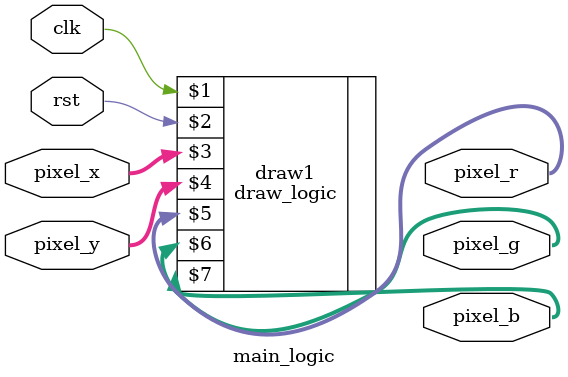
<source format=v>
`timescale 1ns / 1ps
module main_logic(clk, rst, pixel_x, pixel_y, pixel_r, pixel_g, pixel_b);
    input clk;
    input rst;
   
    input [9:0] pixel_x;
    input [9:0] pixel_y;
    output [7:0] pixel_r;
    output [7:0] pixel_g;
    output [7:0] pixel_b;
	
	
	draw_logic draw1(clk, rst, pixel_x, pixel_y, pixel_r, pixel_g, pixel_b);
     
endmodule

</source>
